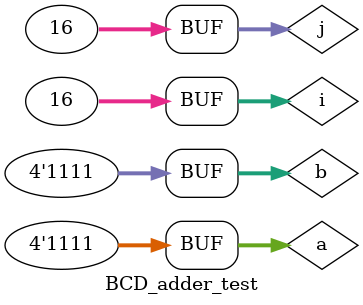
<source format=v>
module BCD_adder_test;
	reg[3:0] a, b;
	wire [3:0] s1, s2;
	
	BCD_adder g1( a, b, s1, s2);
	
	integer i, j;
	initial begin
		for (i = 0; i < 16; i = i + 1)
		begin
		a = i;
			for (j = 0; j < 16; j = j + 1)
			begin
				b = j;
				#20;
			end
		end
	end
endmodule

</source>
